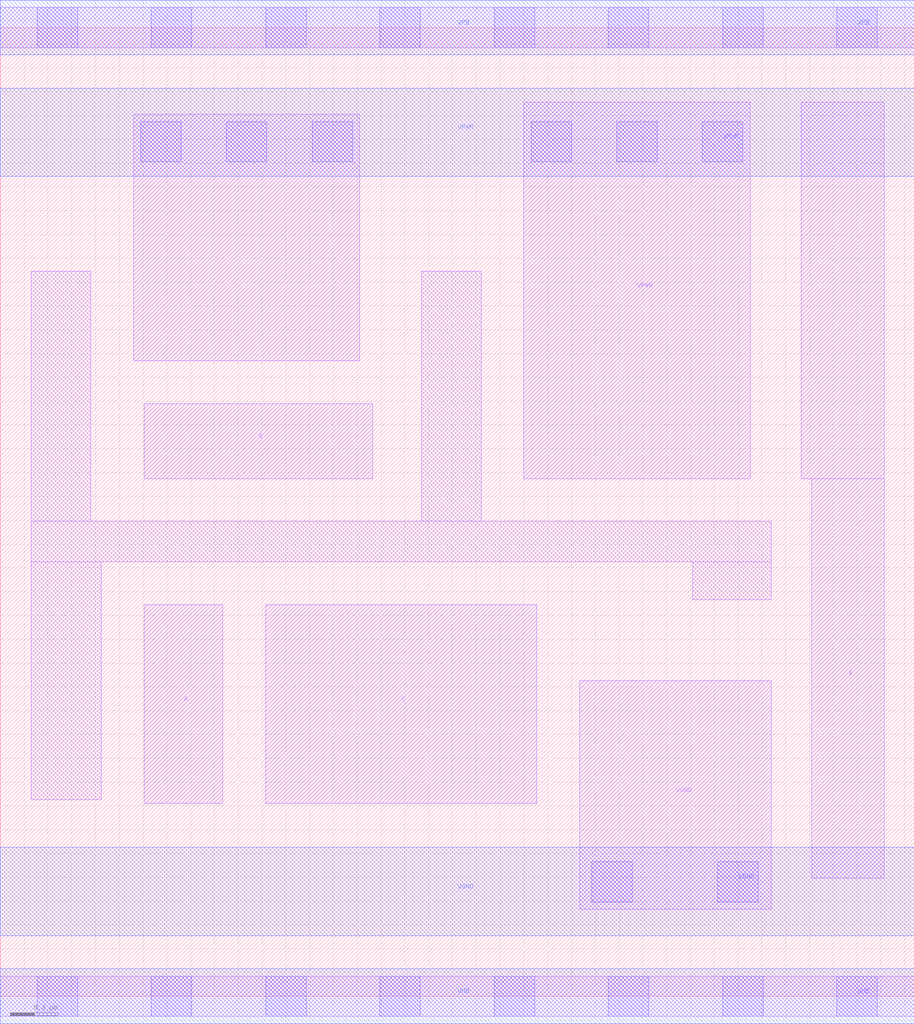
<source format=lef>
# Copyright 2020 The SkyWater PDK Authors
#
# Licensed under the Apache License, Version 2.0 (the "License");
# you may not use this file except in compliance with the License.
# You may obtain a copy of the License at
#
#     https://www.apache.org/licenses/LICENSE-2.0
#
# Unless required by applicable law or agreed to in writing, software
# distributed under the License is distributed on an "AS IS" BASIS,
# WITHOUT WARRANTIES OR CONDITIONS OF ANY KIND, either express or implied.
# See the License for the specific language governing permissions and
# limitations under the License.
#
# SPDX-License-Identifier: Apache-2.0

VERSION 5.7 ;
  NAMESCASESENSITIVE ON ;
  NOWIREEXTENSIONATPIN ON ;
  DIVIDERCHAR "/" ;
  BUSBITCHARS "[]" ;
UNITS
  DATABASE MICRONS 200 ;
END UNITS
MACRO sky130_fd_sc_hvl__and3_1
  CLASS CORE ;
  SOURCE USER ;
  FOREIGN sky130_fd_sc_hvl__and3_1 ;
  ORIGIN  0.000000  0.000000 ;
  SIZE  3.840000 BY  4.070000 ;
  SYMMETRY X Y ;
  SITE unithv ;
  PIN A
    ANTENNAGATEAREA  0.420000 ;
    DIRECTION INPUT ;
    USE SIGNAL ;
    PORT
      LAYER li1 ;
        RECT 0.605000 0.810000 0.935000 1.645000 ;
    END
  END A
  PIN B
    ANTENNAGATEAREA  0.420000 ;
    DIRECTION INPUT ;
    USE SIGNAL ;
    PORT
      LAYER li1 ;
        RECT 0.605000 2.175000 1.565000 2.490000 ;
    END
  END B
  PIN C
    ANTENNAGATEAREA  0.420000 ;
    DIRECTION INPUT ;
    USE SIGNAL ;
    PORT
      LAYER li1 ;
        RECT 1.115000 0.810000 2.255000 1.645000 ;
    END
  END C
  PIN X
    ANTENNADIFFAREA  0.626250 ;
    DIRECTION OUTPUT ;
    USE SIGNAL ;
    PORT
      LAYER li1 ;
        RECT 3.365000 2.175000 3.715000 3.755000 ;
        RECT 3.410000 0.495000 3.715000 2.175000 ;
    END
  END X
  PIN VGND
    DIRECTION INOUT ;
    USE GROUND ;
    PORT
      LAYER li1 ;
        RECT 2.435000 0.365000 3.240000 1.325000 ;
      LAYER mcon ;
        RECT 2.485000 0.395000 2.655000 0.565000 ;
        RECT 3.015000 0.395000 3.185000 0.565000 ;
      LAYER met1 ;
        RECT 0.000000 0.255000 3.840000 0.625000 ;
    END
  END VGND
  PIN VNB
    DIRECTION INOUT ;
    USE GROUND ;
    PORT
      LAYER li1 ;
        RECT 0.000000 -0.085000 3.840000 0.085000 ;
      LAYER mcon ;
        RECT 0.155000 -0.085000 0.325000 0.085000 ;
        RECT 0.635000 -0.085000 0.805000 0.085000 ;
        RECT 1.115000 -0.085000 1.285000 0.085000 ;
        RECT 1.595000 -0.085000 1.765000 0.085000 ;
        RECT 2.075000 -0.085000 2.245000 0.085000 ;
        RECT 2.555000 -0.085000 2.725000 0.085000 ;
        RECT 3.035000 -0.085000 3.205000 0.085000 ;
        RECT 3.515000 -0.085000 3.685000 0.085000 ;
      LAYER met1 ;
        RECT 0.000000 -0.115000 3.840000 0.115000 ;
    END
  END VNB
  PIN VPB
    DIRECTION INOUT ;
    USE POWER ;
    PORT
      LAYER li1 ;
        RECT 0.000000 3.985000 3.840000 4.155000 ;
      LAYER mcon ;
        RECT 0.155000 3.985000 0.325000 4.155000 ;
        RECT 0.635000 3.985000 0.805000 4.155000 ;
        RECT 1.115000 3.985000 1.285000 4.155000 ;
        RECT 1.595000 3.985000 1.765000 4.155000 ;
        RECT 2.075000 3.985000 2.245000 4.155000 ;
        RECT 2.555000 3.985000 2.725000 4.155000 ;
        RECT 3.035000 3.985000 3.205000 4.155000 ;
        RECT 3.515000 3.985000 3.685000 4.155000 ;
      LAYER met1 ;
        RECT 0.000000 3.955000 3.840000 4.185000 ;
    END
  END VPB
  PIN VPWR
    DIRECTION INOUT ;
    USE POWER ;
    PORT
      LAYER li1 ;
        RECT 0.560000 2.670000 1.510000 3.705000 ;
        RECT 2.200000 2.175000 3.150000 3.755000 ;
      LAYER mcon ;
        RECT 0.590000 3.505000 0.760000 3.675000 ;
        RECT 0.950000 3.505000 1.120000 3.675000 ;
        RECT 1.310000 3.505000 1.480000 3.675000 ;
        RECT 2.230000 3.505000 2.400000 3.675000 ;
        RECT 2.590000 3.505000 2.760000 3.675000 ;
        RECT 2.950000 3.505000 3.120000 3.675000 ;
      LAYER met1 ;
        RECT 0.000000 3.445000 3.840000 3.815000 ;
    END
  END VPWR
  OBS
    LAYER li1 ;
      RECT 0.130000 0.825000 0.425000 1.825000 ;
      RECT 0.130000 1.825000 3.240000 1.995000 ;
      RECT 0.130000 1.995000 0.380000 3.045000 ;
      RECT 1.770000 1.995000 2.020000 3.045000 ;
      RECT 2.910000 1.665000 3.240000 1.825000 ;
  END
END sky130_fd_sc_hvl__and3_1

</source>
